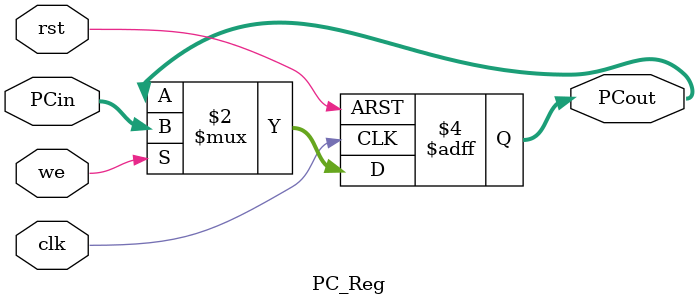
<source format=v>
`timescale 1ns / 1ps


module PC_Reg(
    input [31:0] PCin,
    input we,
    input rst,
    input clk,
    output reg [31:0] PCout
    );
    
    always@(posedge clk,posedge rst)
        if(rst)
            PCout <= 0;
        else if(we)
            PCout <= PCin;
endmodule

</source>
